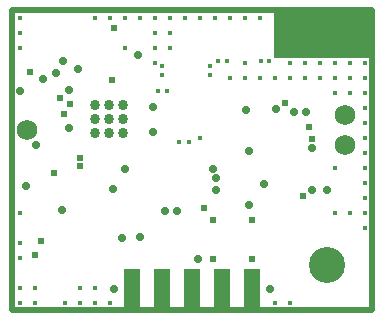
<source format=gbs>
%FSLAX25Y25*%
%MOIN*%
G70*
G01*
G75*
G04 Layer_Color=16711935*
%ADD10C,0.02000*%
%ADD11R,0.05118X0.04134*%
%ADD12R,0.02756X0.03150*%
%ADD13R,0.01000X0.01000*%
%ADD14R,0.01575X0.03347*%
%ADD15R,0.03937X0.04331*%
%ADD16C,0.05000*%
%ADD17R,0.03543X0.03543*%
%ADD18R,0.03937X0.03937*%
%ADD19R,0.11024X0.02756*%
%ADD20R,0.03937X0.07874*%
%ADD21R,0.03150X0.02362*%
%ADD22R,0.02362X0.03150*%
%ADD23R,0.01000X0.01000*%
%ADD24R,0.03150X0.02756*%
%ADD25R,0.01969X0.01969*%
%ADD26R,0.01969X0.03937*%
%ADD27R,0.02658X0.00984*%
%ADD28R,0.00984X0.02658*%
%ADD29R,0.05000X0.12500*%
%ADD30O,0.01181X0.02559*%
%ADD31O,0.02559X0.01181*%
%ADD32R,0.14961X0.14961*%
%ADD33C,0.04000*%
%ADD34C,0.01200*%
%ADD35C,0.00500*%
%ADD36C,0.01000*%
%ADD37C,0.00800*%
%ADD38R,0.04500X0.04000*%
%ADD39R,0.05000X0.04000*%
%ADD40R,0.03000X0.05000*%
%ADD41R,0.06000X0.03000*%
%ADD42R,0.09000X0.04000*%
%ADD43R,0.04000X0.01000*%
%ADD44R,0.01000X0.04000*%
%ADD45R,0.03543X0.02598*%
%ADD46C,0.12000*%
%ADD47C,0.06000*%
%ADD48C,0.01600*%
%ADD49C,0.02000*%
%ADD50C,0.02598*%
%ADD51C,0.10000*%
%ADD52C,0.08000*%
%ADD53C,0.00984*%
%ADD54C,0.00591*%
%ADD55C,0.00787*%
%ADD56R,0.01369X0.01369*%
%ADD57R,0.33000X0.16000*%
%ADD58R,0.03000X0.01000*%
%ADD59R,0.01000X0.03000*%
%ADD60R,0.05918X0.04934*%
%ADD61R,0.03556X0.03950*%
%ADD62R,0.02375X0.04147*%
%ADD63R,0.04737X0.05131*%
%ADD64C,0.10000*%
%ADD65R,0.04343X0.04343*%
%ADD66R,0.04737X0.04737*%
%ADD67R,0.11824X0.03556*%
%ADD68R,0.04737X0.08674*%
%ADD69R,0.03950X0.03162*%
%ADD70R,0.03162X0.03950*%
%ADD71R,0.03950X0.03556*%
%ADD72R,0.02769X0.02769*%
%ADD73R,0.02769X0.04737*%
%ADD74R,0.03248X0.01575*%
%ADD75R,0.01575X0.03248*%
%ADD76R,0.05800X0.13300*%
%ADD77O,0.01981X0.03359*%
%ADD78O,0.03359X0.01981*%
%ADD79R,0.15761X0.15761*%
%ADD80C,0.04800*%
%ADD81C,0.06800*%
%ADD82C,0.02400*%
%ADD83C,0.02800*%
%ADD84C,0.03398*%
D10*
X120000Y0D02*
Y100000D01*
X0D02*
X120000D01*
X0Y0D02*
Y100000D01*
Y0D02*
X120000D01*
D46*
X105000Y15000D02*
D03*
D48*
X59000Y56000D02*
D03*
X68500Y83000D02*
D03*
X83000D02*
D03*
X85500D02*
D03*
X71500D02*
D03*
X66000Y81500D02*
D03*
Y78500D02*
D03*
X50000Y81500D02*
D03*
Y78500D02*
D03*
X48500Y73000D02*
D03*
X51500D02*
D03*
X55500Y56000D02*
D03*
X62500Y57500D02*
D03*
X2500Y2500D02*
D03*
Y7500D02*
D03*
Y17500D02*
D03*
Y22500D02*
D03*
Y32500D02*
D03*
Y87500D02*
D03*
Y92500D02*
D03*
Y97500D02*
D03*
X7500Y2500D02*
D03*
Y7500D02*
D03*
X17500Y2500D02*
D03*
X22500D02*
D03*
Y7500D02*
D03*
X27500Y2500D02*
D03*
Y7500D02*
D03*
Y97500D02*
D03*
X32500Y2500D02*
D03*
Y97500D02*
D03*
X37500Y87500D02*
D03*
Y97500D02*
D03*
X42500D02*
D03*
X47500Y82500D02*
D03*
Y87500D02*
D03*
Y92500D02*
D03*
Y97500D02*
D03*
X52500Y87500D02*
D03*
Y92500D02*
D03*
Y97500D02*
D03*
X57500D02*
D03*
X62500D02*
D03*
X72500Y77500D02*
D03*
X77500D02*
D03*
Y82500D02*
D03*
X82500Y77500D02*
D03*
X87500Y2500D02*
D03*
Y77500D02*
D03*
X92500Y2500D02*
D03*
Y77500D02*
D03*
Y82500D02*
D03*
X97500Y77500D02*
D03*
Y82500D02*
D03*
X102500Y77500D02*
D03*
Y82500D02*
D03*
X107500Y32500D02*
D03*
Y47500D02*
D03*
Y72500D02*
D03*
Y77500D02*
D03*
Y82500D02*
D03*
X112500Y32500D02*
D03*
Y72500D02*
D03*
Y77500D02*
D03*
Y82500D02*
D03*
X117500Y27500D02*
D03*
Y32500D02*
D03*
Y37500D02*
D03*
Y42500D02*
D03*
Y47500D02*
D03*
Y52500D02*
D03*
Y57500D02*
D03*
Y62500D02*
D03*
Y67500D02*
D03*
Y72500D02*
D03*
Y77500D02*
D03*
Y82500D02*
D03*
X67500Y97500D02*
D03*
X72500D02*
D03*
X77500D02*
D03*
X82500D02*
D03*
D57*
X103500Y92000D02*
D03*
D76*
X80000Y7000D02*
D03*
X70000D02*
D03*
X60000D02*
D03*
X50000D02*
D03*
X40000D02*
D03*
D81*
X111000Y65000D02*
D03*
Y55000D02*
D03*
X5000Y60000D02*
D03*
D82*
X34000Y94000D02*
D03*
X97000Y38000D02*
D03*
X100000Y57000D02*
D03*
X99000Y61000D02*
D03*
X91000Y69000D02*
D03*
X64000Y34000D02*
D03*
X67000Y30000D02*
D03*
X80000Y17000D02*
D03*
Y30000D02*
D03*
X67000Y17000D02*
D03*
X9500Y23000D02*
D03*
X7500Y18300D02*
D03*
X14000Y45800D02*
D03*
X17200Y65500D02*
D03*
X15800Y70700D02*
D03*
X5800Y79400D02*
D03*
X22500Y48000D02*
D03*
X22556Y50800D02*
D03*
X33200Y76900D02*
D03*
X19421Y68721D02*
D03*
D83*
X42000Y85000D02*
D03*
X105000Y40000D02*
D03*
X68000Y44000D02*
D03*
Y40000D02*
D03*
X77850Y66850D02*
D03*
X67000Y47000D02*
D03*
X100000Y40000D02*
D03*
X88000Y67000D02*
D03*
X94000Y66000D02*
D03*
X98000D02*
D03*
X100000Y54000D02*
D03*
X79000Y53000D02*
D03*
Y35000D02*
D03*
X84000Y42000D02*
D03*
X62000Y17000D02*
D03*
X86000Y7000D02*
D03*
X34000D02*
D03*
X14500Y79200D02*
D03*
X10400Y77200D02*
D03*
X22100Y80300D02*
D03*
X4700Y41600D02*
D03*
X2600Y73200D02*
D03*
X7900Y55200D02*
D03*
X19100Y60900D02*
D03*
X37500Y47000D02*
D03*
X55000Y33000D02*
D03*
X51000D02*
D03*
X42500Y24500D02*
D03*
X46800Y67800D02*
D03*
Y59500D02*
D03*
X17000Y83000D02*
D03*
X36600Y24200D02*
D03*
X16500Y33424D02*
D03*
X33681Y40319D02*
D03*
X19000Y73500D02*
D03*
D84*
X27576Y59076D02*
D03*
Y63800D02*
D03*
Y68524D02*
D03*
X32300Y59076D02*
D03*
Y63800D02*
D03*
Y68524D02*
D03*
X37024Y59076D02*
D03*
Y63800D02*
D03*
Y68524D02*
D03*
M02*

</source>
